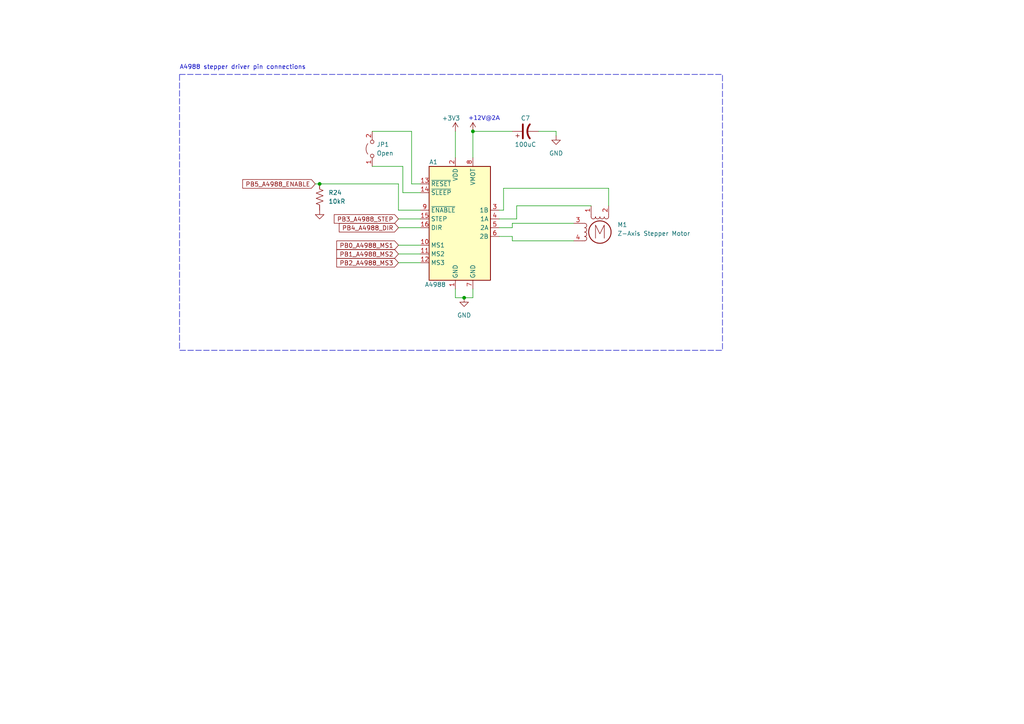
<source format=kicad_sch>
(kicad_sch (version 20230121) (generator eeschema)
  (paper "A4")
  (title_block (title "Motor_Controller") (date "2024-02-27") (rev "1.0") (company "Sidharth Sreeram"))
  (lib_symbols
    (symbol "Device:C_Polarized_US" (pin_numbers hide) (pin_names (offset 0.254) hide)
      (property "Reference" "C" (at 0.635 2.54 0))
      (property "Value" "C_Polarized_US" (at 0.635 -2.54 0))
      (symbol "C_Polarized_US_0_1"
        (polyline (pts (xy -2.032 0.762) (xy 2.032 0.762)) (stroke (width 0.508)))
        (polyline (pts (xy -1.778 2.286) (xy -0.762 2.286)))
        (polyline (pts (xy -1.27 1.778) (xy -1.27 2.794)))
        (arc (start 2.032 -1.27) (mid 0 -0.5572) (end -2.032 -1.27) (stroke (width 0.508)))
      )
      (symbol "C_Polarized_US_1_1"
        (pin passive line (at 0 3.81 270) (length 2.794) (name "~") (number "1"))
        (pin passive line (at 0 -3.81 90) (length 3.302) (name "~") (number "2"))
      )
    )
    (symbol "Device:R_US" (pin_numbers hide) (pin_names (offset 0))
      (property "Reference" "R" (at 2.54 0 90))
      (property "Value" "R_US" (at -2.54 0 90))
      (symbol "R_US_0_1"
        (polyline (pts (xy 0 -2.286) (xy 0 -2.54)))
        (polyline (pts (xy 0 2.286) (xy 0 2.54)))
        (polyline (pts (xy 0 -0.762) (xy 1.016 -1.143) (xy 0 -1.524) (xy -1.016 -1.905) (xy 0 -2.286)))
        (polyline (pts (xy 0 0.762) (xy 1.016 0.381) (xy 0 0) (xy -1.016 -0.381) (xy 0 -0.762)))
        (polyline (pts (xy 0 2.286) (xy 1.016 1.905) (xy 0 1.524) (xy -1.016 1.143) (xy 0 0.762)))
      )
      (symbol "R_US_1_1"
        (pin passive line (at 0 3.81 270) (length 1.27) (name "~") (number "1"))
        (pin passive line (at 0 -3.81 90) (length 1.27) (name "~") (number "2"))
      )
    )
    (symbol "Driver_Motor:Pololu_Breakout_A4988"
      (property "Reference" "A" (at -2.54 19.05 0))
      (property "Value" "Pololu_Breakout_A4988" (at -2.54 16.51 0))
      (symbol "Pololu_Breakout_A4988_0_1"
        (rectangle (start 10.16 -17.78) (end -7.62 15.24) (stroke (width 0.254)) (fill (type background)))
      )
      (symbol "Pololu_Breakout_A4988_1_1"
        (pin power_in line (at 0 -20.32 90) (length 2.54) (name "GND") (number "1"))
        (pin input line (at -10.16 -7.62 0) (length 2.54) (name "MS1") (number "10"))
        (pin input line (at -10.16 -10.16 0) (length 2.54) (name "MS2") (number "11"))
        (pin input line (at -10.16 -12.7 0) (length 2.54) (name "MS3") (number "12"))
        (pin input line (at -10.16 10.16 0) (length 2.54) (name "~{RESET}") (number "13"))
        (pin input line (at -10.16 7.62 0) (length 2.54) (name "~{SLEEP}") (number "14"))
        (pin input line (at -10.16 0 0) (length 2.54) (name "STEP") (number "15"))
        (pin input line (at -10.16 -2.54 0) (length 2.54) (name "DIR") (number "16"))
        (pin power_in line (at 0 17.78 270) (length 2.54) (name "VDD") (number "2"))
        (pin output line (at 12.7 2.54 180) (length 2.54) (name "1B") (number "3"))
        (pin output line (at 12.7 0 180) (length 2.54) (name "1A") (number "4"))
        (pin output line (at 12.7 -2.54 180) (length 2.54) (name "2A") (number "5"))
        (pin output line (at 12.7 -5.08 180) (length 2.54) (name "2B") (number "6"))
        (pin power_in line (at 5.08 -20.32 90) (length 2.54) (name "GND") (number "7"))
        (pin power_in line (at 5.08 17.78 270) (length 2.54) (name "VMOT") (number "8"))
        (pin input line (at -10.16 2.54 0) (length 2.54) (name "~{ENABLE}") (number "9"))
      )
    )
    (symbol "Jumper:Jumper_2_Open" (pin_names (offset 0) hide)
      (property "Reference" "JP" (at 0 2.794 0))
      (property "Value" "Jumper_2_Open" (at 0 -2.286 0))
      (symbol "Jumper_2_Open_0_0"
        (circle (center -2.032 0) (radius 0.508))
        (circle (center 2.032 0) (radius 0.508))
      )
      (symbol "Jumper_2_Open_0_1"
        (arc (start 1.524 1.27) (mid 0 1.778) (end -1.524 1.27))
      )
      (symbol "Jumper_2_Open_1_1"
        (pin passive line (at -5.08 0 0) (length 2.54) (name "A") (number "1"))
        (pin passive line (at 5.08 0 180) (length 2.54) (name "B") (number "2"))
      )
    )
    (symbol "Motor:Stepper_Motor_bipolar" (pin_names (offset 0) hide)
      (property "Reference" "M" (at 3.81 2.54 0))
      (property "Value" "Stepper_Motor_bipolar" (at 3.81 1.27 0))
      (symbol "Stepper_Motor_bipolar_0_0"
        (polyline (pts (xy -1.27 -1.778) (xy -1.27 2.032) (xy 0 -0.508) (xy 1.27 2.032) (xy 1.27 -1.778)))
      )
      (symbol "Stepper_Motor_bipolar_0_1"
        (arc (start -4.445 -2.54) (mid -3.8127 -1.905) (end -4.445 -1.27))
        (arc (start -4.445 -1.27) (mid -3.8127 -0.635) (end -4.445 0))
        (arc (start -4.445 0) (mid -3.8127 0.635) (end -4.445 1.27))
        (arc (start -4.445 1.27) (mid -3.8127 1.905) (end -4.445 2.54))
        (arc (start -2.54 4.445) (mid -1.905 3.8127) (end -1.27 4.445))
        (arc (start -1.27 4.445) (mid -0.635 3.8127) (end 0 4.445))
        (polyline (pts (xy -5.08 -2.54) (xy -4.445 -2.54)))
        (polyline (pts (xy -5.08 2.54) (xy -4.445 2.54)))
        (polyline (pts (xy -2.54 5.08) (xy -2.54 4.445)))
        (polyline (pts (xy 2.54 5.08) (xy 2.54 4.445)))
        (circle (center 0 0) (radius 3.2512) (stroke (width 0.254)))
        (arc (start 0 4.445) (mid 0.635 3.8127) (end 1.27 4.445))
        (arc (start 1.27 4.445) (mid 1.905 3.8127) (end 2.54 4.445))
      )
      (symbol "Stepper_Motor_bipolar_1_1"
        (pin passive line (at -2.54 7.62 270) (length 2.54) (name "~") (number "1"))
        (pin passive line (at 2.54 7.62 270) (length 2.54) (name "-") (number "2"))
        (pin passive line (at -7.62 2.54 0) (length 2.54) (name "~") (number "3"))
        (pin passive line (at -7.62 -2.54 0) (length 2.54) (name "~") (number "4"))
      )
    )
    (symbol "power:+12V" (power) (pin_names (offset 0))
      (property "Value" "+12V" (at 0 3.556 0))
      (symbol "+12V_0_1"
        (polyline (pts (xy -0.762 1.27) (xy 0 2.54)))
        (polyline (pts (xy 0 0) (xy 0 2.54)))
        (polyline (pts (xy 0 2.54) (xy 0.762 1.27)))
      )
      (symbol "+12V_1_1"
        (pin power_in line (at 0 0 90) (length 0) hide (name "+12V") (number "1"))
      )
    )
    (symbol "power:+3V3" (power) (pin_names (offset 0))
      (property "Value" "+3V3" (at 0 3.556 0))
      (symbol "+3V3_0_1"
        (polyline (pts (xy -0.762 1.27) (xy 0 2.54)))
        (polyline (pts (xy 0 0) (xy 0 2.54)))
        (polyline (pts (xy 0 2.54) (xy 0.762 1.27)))
      )
      (symbol "+3V3_1_1"
        (pin power_in line (at 0 0 90) (length 0) hide (name "+3V3") (number "1"))
      )
    )
    (symbol "power:GND" (power) (pin_names (offset 0))
      (property "Value" "GND" (at 0 -3.81 0))
      (symbol "GND_0_1"
        (polyline (pts (xy 0 0) (xy 0 -1.27) (xy 1.27 -1.27) (xy 0 -2.54) (xy -1.27 -1.27) (xy 0 -1.27)))
      )
      (symbol "GND_1_1"
        (pin power_in line (at 0 0 270) (length 0) hide (name "GND") (number "1"))
      )
    )
  )
  (junction (at 134.62 86.36))
  (junction (at 92.71 53.34))
  (junction (at 137.16 38.1))
  (wire (pts (xy 115.57 76.2) (xy 121.92 76.2)))
  (wire (pts (xy 115.57 73.66) (xy 121.92 73.66)))
  (wire (pts (xy 115.57 63.5) (xy 121.92 63.5)))
  (wire (pts (xy 148.59 69.85) (xy 148.59 68.58)))
  (wire (pts (xy 115.57 66.04) (xy 121.92 66.04)))
  (wire (pts (xy 161.29 38.1) (xy 161.29 39.37)))
  (wire (pts (xy 137.16 38.1) (xy 137.16 45.72)))
  (wire (pts (xy 116.84 55.88) (xy 116.84 48.26)))
  (wire (pts (xy 148.59 64.77) (xy 148.59 66.04)))
  (wire (pts (xy 121.92 60.96) (xy 115.57 60.96)))
  (wire (pts (xy 92.71 53.34) (xy 115.57 53.34)))
  (wire (pts (xy 156.21 38.1) (xy 161.29 38.1)))
  (wire (pts (xy 166.37 69.85) (xy 148.59 69.85)))
  (wire (pts (xy 176.53 54.61) (xy 146.05 54.61)))
  (wire (pts (xy 132.08 83.82) (xy 132.08 86.36)))
  (wire (pts (xy 91.44 53.34) (xy 92.71 53.34)))
  (wire (pts (xy 121.92 55.88) (xy 116.84 55.88)))
  (wire (pts (xy 121.92 71.12) (xy 115.57 71.12)))
  (wire (pts (xy 171.45 59.69) (xy 149.86 59.69)))
  (wire (pts (xy 132.08 38.1) (xy 132.08 45.72)))
  (wire (pts (xy 137.16 86.36) (xy 137.16 83.82)))
  (wire (pts (xy 149.86 59.69) (xy 149.86 63.5)))
  (wire (pts (xy 107.95 48.26) (xy 116.84 48.26)))
  (wire (pts (xy 132.08 86.36) (xy 134.62 86.36)))
  (wire (pts (xy 146.05 54.61) (xy 146.05 60.96)))
  (wire (pts (xy 146.05 60.96) (xy 144.78 60.96)))
  (wire (pts (xy 166.37 64.77) (xy 148.59 64.77)))
  (wire (pts (xy 148.59 68.58) (xy 144.78 68.58)))
  (wire (pts (xy 148.59 66.04) (xy 144.78 66.04)))
  (wire (pts (xy 119.38 38.1) (xy 119.38 53.34)))
  (wire (pts (xy 134.62 86.36) (xy 137.16 86.36)))
  (wire (pts (xy 176.53 59.69) (xy 176.53 54.61)))
  (wire (pts (xy 149.86 63.5) (xy 144.78 63.5)))
  (wire (pts (xy 148.59 38.1) (xy 137.16 38.1)))
  (wire (pts (xy 115.57 60.96) (xy 115.57 53.34)))
  (wire (pts (xy 107.95 38.1) (xy 119.38 38.1)))
  (wire (pts (xy 119.38 53.34) (xy 121.92 53.34)))
  (rectangle (start 52.07 21.59) (end 209.55 101.6) (stroke (width 0) (type dash)))
  (text "+12V@2A" (at 135.89 35.56 0) (effects (font (size 1.27 1.27)) (justify left bottom)))
  (text "A4988 stepper driver pin connections\n" (at 52.07 20.32 0) (effects (font (size 1.27 1.27)) (justify left bottom)))
  (global_label "PB1_A4988_MS2" (shape input) (at 115.57 73.66 180) (property "Intersheetrefs" "${INTERSHEET_REFS}" (effects hide)))
  (global_label "PB5_A4988_ENABLE" (shape input) (at 91.44 53.34 180) (property "Intersheetrefs" "${INTERSHEET_REFS}" (effects hide)))
  (global_label "PB0_A4988_MS1" (shape input) (at 115.57 71.12 180) (property "Intersheetrefs" "${INTERSHEET_REFS}" (effects hide)))
  (global_label "PB2_A4988_MS3" (shape input) (at 115.57 76.2 180) (property "Intersheetrefs" "${INTERSHEET_REFS}" (effects hide)))
  (global_label "PB3_A4988_STEP" (shape input) (at 115.57 63.5 180) (property "Intersheetrefs" "${INTERSHEET_REFS}" (effects hide)))
  (global_label "PB4_A4988_DIR" (shape input) (at 115.57 66.04 180) (property "Intersheetrefs" "${INTERSHEET_REFS}" (effects hide)))
  (symbol (lib_id "Jumper:Jumper_2_Open") (at 107.95 43.18 90) (unit 1)
    (property "Reference" "JP1" (at 109.22 41.91 90) (effects (justify right)))
    (property "Value" "Open" (at 109.22 44.45 90) (effects (justify right)))
    (property "Footprint" "TestPoint:TestPoint_2Pads_Pitch2.54mm_Drill0.8mm" (effects hide))
  )
  (symbol (lib_id "power:GND") (at 134.62 86.36 0) (unit 1)
    (property "Reference" "#PWR017" (effects hide))
    (property "Value" "GND" (at 134.62 91.44 0))
  )
  (symbol (lib_id "power:+3V3") (at 132.08 38.1 0) (unit 1)
    (property "Reference" "#PWR040" (effects hide))
    (property "Value" "+3V3" (at 130.81 34.29 0))
  )
  (symbol (lib_id "Device:R_US") (at 92.71 57.15 0) (unit 1)
    (property "Reference" "R24" (at 95.25 55.88 0) (effects (justify left)))
    (property "Value" "10kR" (at 95.25 58.42 0) (effects (justify left)))
  )
  (symbol (lib_id "power:+12V") (at 137.16 38.1 0) (unit 1)
    (property "Reference" "#PWR039" (effects hide))
    (property "Value" "+12V" (effects hide))
  )
  (symbol (lib_id "power:GND") (at 161.29 39.37 0) (unit 1)
    (property "Reference" "#PWR041" (effects hide))
    (property "Value" "GND" (at 161.29 44.45 0))
  )
  (symbol (lib_id "Device:C_Polarized_US") (at 152.4 38.1 90) (unit 1)
    (property "Reference" "C7" (at 152.4 34.29 90))
    (property "Value" "100uC" (at 152.4 41.91 90))
  )
  (symbol (lib_id "Motor:Stepper_Motor_bipolar") (at 173.99 67.31 0) (unit 1)
    (property "Reference" "M1" (at 179.07 65.1891 0) (effects (justify left)))
    (property "Value" "Z-Axis Stepper Motor" (at 179.07 67.7291 0) (effects (justify left)))
    (property "Datasheet" "http://www.infineon.com/dgdl/Application-Note-TLE8110EE_driving_UniPolarStepperMotor_V1.1.pdf?fileId=db3a30431be39b97011be5d0aa0a00b0" (effects hide))
  )
  (symbol (lib_id "power:GND") (at 92.71 60.96 0) (unit 1)
    (property "Reference" "#PWR043" (effects hide))
    (property "Value" "GND" (effects hide))
  )
  (symbol (lib_id "Driver_Motor:Pololu_Breakout_A4988") (at 132.08 63.5 0) (unit 1)
    (property "Reference" "A1" (at 124.46 46.99 0) (effects (justify left)))
    (property "Value" "A4988" (at 123.19 82.55 0) (effects (justify left)))
    (property "Footprint" "Module:Pololu_Breakout-16_15.2x20.3mm" (effects hide))
    (property "Datasheet" "https://www.pololu.com/product/2980/pictures" (effects hide))
  )
)
</source>
